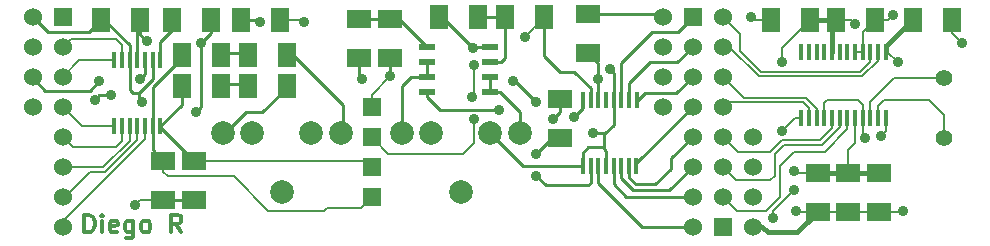
<source format=gtl>
G04 (created by PCBNEW (2013-07-07 BZR 4022)-stable) date 06/09/2014 14:39:09*
%MOIN*%
G04 Gerber Fmt 3.4, Leading zero omitted, Abs format*
%FSLAX34Y34*%
G01*
G70*
G90*
G04 APERTURE LIST*
%ADD10C,0.00590551*%
%ADD11C,0.011811*%
%ADD12R,0.0165X0.0579*%
%ADD13R,0.06X0.06*%
%ADD14C,0.06*%
%ADD15C,0.0787402*%
%ADD16R,0.08X0.06*%
%ADD17R,0.06X0.08*%
%ADD18C,0.056*%
%ADD19R,0.0551X0.0236*%
%ADD20C,0.035*%
%ADD21C,0.01*%
%ADD22C,0.016*%
%ADD23C,0.008*%
G04 APERTURE END LIST*
G54D10*
G54D11*
X35780Y-36371D02*
X35780Y-35781D01*
X35921Y-35781D01*
X36005Y-35809D01*
X36061Y-35865D01*
X36089Y-35921D01*
X36117Y-36034D01*
X36117Y-36118D01*
X36089Y-36231D01*
X36061Y-36287D01*
X36005Y-36343D01*
X35921Y-36371D01*
X35780Y-36371D01*
X36371Y-36371D02*
X36371Y-35978D01*
X36371Y-35781D02*
X36342Y-35809D01*
X36371Y-35837D01*
X36399Y-35809D01*
X36371Y-35781D01*
X36371Y-35837D01*
X36877Y-36343D02*
X36820Y-36371D01*
X36708Y-36371D01*
X36652Y-36343D01*
X36624Y-36287D01*
X36624Y-36062D01*
X36652Y-36006D01*
X36708Y-35978D01*
X36820Y-35978D01*
X36877Y-36006D01*
X36905Y-36062D01*
X36905Y-36118D01*
X36624Y-36175D01*
X37411Y-35978D02*
X37411Y-36456D01*
X37383Y-36512D01*
X37355Y-36540D01*
X37299Y-36568D01*
X37214Y-36568D01*
X37158Y-36540D01*
X37411Y-36343D02*
X37355Y-36371D01*
X37242Y-36371D01*
X37186Y-36343D01*
X37158Y-36315D01*
X37130Y-36259D01*
X37130Y-36090D01*
X37158Y-36034D01*
X37186Y-36006D01*
X37242Y-35978D01*
X37355Y-35978D01*
X37411Y-36006D01*
X37777Y-36371D02*
X37720Y-36343D01*
X37692Y-36315D01*
X37664Y-36259D01*
X37664Y-36090D01*
X37692Y-36034D01*
X37720Y-36006D01*
X37777Y-35978D01*
X37861Y-35978D01*
X37917Y-36006D01*
X37945Y-36034D01*
X37973Y-36090D01*
X37973Y-36259D01*
X37945Y-36315D01*
X37917Y-36343D01*
X37861Y-36371D01*
X37777Y-36371D01*
X39014Y-36371D02*
X38817Y-36090D01*
X38676Y-36371D02*
X38676Y-35781D01*
X38901Y-35781D01*
X38958Y-35809D01*
X38986Y-35837D01*
X39014Y-35893D01*
X39014Y-35978D01*
X38986Y-36034D01*
X38958Y-36062D01*
X38901Y-36090D01*
X38676Y-36090D01*
G54D12*
X60956Y-32549D03*
X61212Y-32549D03*
X61468Y-32549D03*
X61724Y-32549D03*
X60192Y-30347D03*
X60188Y-32549D03*
X60444Y-32549D03*
X60700Y-32549D03*
X61980Y-30345D03*
X61724Y-30345D03*
X61468Y-30345D03*
X61212Y-30345D03*
X60956Y-30345D03*
X60700Y-30345D03*
X61980Y-32549D03*
X60444Y-30347D03*
X59932Y-32549D03*
X62236Y-32549D03*
X62236Y-30345D03*
X59932Y-30345D03*
X59677Y-32549D03*
X62491Y-32549D03*
X62491Y-30345D03*
X59677Y-30345D03*
X53416Y-31959D03*
X53160Y-31959D03*
X52904Y-31959D03*
X52648Y-31959D03*
X54180Y-34161D03*
X54184Y-31959D03*
X53928Y-31959D03*
X53672Y-31959D03*
X52392Y-34163D03*
X52648Y-34163D03*
X52904Y-34163D03*
X53160Y-34163D03*
X53416Y-34163D03*
X53672Y-34163D03*
X52392Y-31959D03*
X53928Y-34161D03*
X37540Y-30621D03*
X37284Y-30621D03*
X37028Y-30621D03*
X36772Y-30621D03*
X36772Y-32825D03*
X38308Y-30621D03*
X38052Y-30621D03*
X37796Y-30621D03*
X37028Y-32825D03*
X37284Y-32825D03*
X37540Y-32825D03*
X37796Y-32825D03*
X38052Y-32825D03*
X38308Y-32825D03*
G54D13*
X56051Y-29181D03*
G54D14*
X56051Y-35181D03*
X56051Y-30181D03*
X56051Y-36181D03*
X56051Y-31181D03*
X56051Y-32181D03*
X56051Y-33181D03*
X56051Y-34181D03*
X55051Y-32181D03*
X55051Y-31181D03*
X55051Y-30181D03*
X55051Y-29181D03*
G54D13*
X57051Y-36181D03*
G54D14*
X57051Y-30181D03*
X57051Y-35181D03*
X57051Y-29181D03*
X57051Y-34181D03*
X57051Y-33181D03*
X57051Y-32181D03*
X57051Y-31181D03*
X58051Y-33181D03*
X58051Y-34181D03*
X58051Y-35181D03*
X58051Y-36181D03*
G54D13*
X35051Y-29181D03*
G54D14*
X35051Y-35181D03*
X35051Y-30181D03*
X35051Y-36181D03*
X35051Y-31181D03*
X35051Y-32181D03*
X35051Y-33181D03*
X35051Y-34181D03*
X34051Y-32181D03*
X34051Y-31181D03*
X34051Y-30181D03*
X34051Y-29181D03*
G54D15*
X49312Y-33061D03*
X47344Y-33061D03*
X50296Y-33061D03*
X46359Y-33061D03*
X48328Y-35030D03*
G54D16*
X61241Y-34380D03*
X61241Y-35680D03*
X60218Y-34380D03*
X60218Y-35680D03*
G54D17*
X63386Y-29282D03*
X64686Y-29282D03*
X60827Y-29282D03*
X62127Y-29282D03*
X59962Y-29282D03*
X58662Y-29282D03*
G54D16*
X62265Y-34380D03*
X62265Y-35680D03*
G54D18*
X64430Y-33235D03*
X64430Y-31235D03*
G54D19*
X47199Y-31685D03*
X49299Y-31685D03*
X47199Y-31185D03*
X47199Y-30685D03*
X47199Y-30185D03*
X49299Y-31185D03*
X49299Y-30685D03*
X49299Y-30185D03*
G54D16*
X52580Y-30404D03*
X52580Y-29104D03*
G54D17*
X51104Y-29203D03*
X49804Y-29203D03*
G54D16*
X45966Y-30562D03*
X45966Y-29262D03*
G54D17*
X48899Y-29203D03*
X47599Y-29203D03*
G54D16*
X44942Y-29262D03*
X44942Y-30562D03*
X51635Y-33239D03*
X51635Y-31939D03*
G54D17*
X38701Y-29282D03*
X40001Y-29282D03*
X37639Y-29282D03*
X36339Y-29282D03*
X40985Y-29282D03*
X42285Y-29282D03*
X41221Y-31487D03*
X42521Y-31487D03*
X41221Y-30463D03*
X42521Y-30463D03*
G54D16*
X39430Y-33986D03*
X39430Y-35286D03*
X38407Y-33986D03*
X38407Y-35286D03*
G54D17*
X39016Y-31487D03*
X40316Y-31487D03*
X39016Y-30463D03*
X40316Y-30463D03*
G54D13*
X45351Y-32206D03*
X45351Y-33206D03*
X45351Y-35206D03*
X45351Y-34206D03*
G54D15*
X43335Y-33056D03*
X41366Y-33056D03*
X44319Y-33056D03*
X40382Y-33056D03*
X42351Y-35024D03*
G54D20*
X37855Y-29991D03*
X36281Y-31329D03*
X62895Y-30699D03*
X61477Y-29439D03*
X59036Y-30699D03*
X59036Y-32983D03*
X59430Y-34321D03*
X41635Y-29361D03*
X36674Y-31802D03*
X36123Y-31959D03*
X37619Y-31250D03*
X49588Y-32274D03*
X52895Y-31250D03*
X58721Y-35896D03*
X59430Y-34951D03*
X62344Y-33140D03*
X37451Y-35456D03*
X43101Y-29356D03*
X39666Y-30069D03*
X39509Y-32353D03*
X58013Y-29203D03*
X37698Y-32038D03*
X51399Y-32589D03*
X45021Y-31250D03*
X48721Y-30227D03*
X53288Y-30935D03*
X52737Y-33061D03*
X61792Y-33219D03*
X65021Y-30069D03*
X62737Y-29124D03*
X59509Y-35660D03*
X63052Y-35660D03*
X48751Y-32606D03*
X50451Y-29856D03*
X48751Y-30806D03*
X48701Y-31856D03*
X45966Y-31172D03*
X50060Y-31329D03*
X50847Y-32038D03*
X52107Y-32510D03*
X50847Y-34479D03*
X50847Y-33770D03*
G54D21*
X34051Y-31181D02*
X34051Y-31225D01*
X37639Y-29774D02*
X37639Y-29282D01*
X37855Y-29991D02*
X37639Y-29774D01*
X35966Y-31644D02*
X36281Y-31329D01*
X34470Y-31644D02*
X35966Y-31644D01*
X34051Y-31225D02*
X34470Y-31644D01*
X37540Y-30621D02*
X37540Y-29381D01*
X37540Y-29381D02*
X37639Y-29282D01*
G54D22*
X60700Y-30345D02*
X60700Y-29410D01*
X60700Y-29410D02*
X60827Y-29282D01*
X63386Y-29282D02*
X63367Y-29282D01*
X62491Y-30158D02*
X62491Y-30345D01*
X63367Y-29282D02*
X62491Y-30158D01*
X59962Y-29282D02*
X60827Y-29282D01*
X61241Y-34380D02*
X62265Y-34380D01*
X60218Y-34380D02*
X61241Y-34380D01*
G54D23*
X60827Y-29282D02*
X61320Y-29282D01*
X62541Y-30345D02*
X62491Y-30345D01*
X62895Y-30699D02*
X62541Y-30345D01*
X61320Y-29282D02*
X61477Y-29439D01*
X60700Y-29410D02*
X60827Y-29282D01*
X59962Y-29301D02*
X59962Y-29282D01*
X59036Y-30227D02*
X59962Y-29301D01*
X59036Y-30699D02*
X59036Y-30227D01*
X61241Y-34380D02*
X61241Y-33613D01*
X61241Y-33613D02*
X61468Y-33386D01*
X61468Y-33386D02*
X61468Y-32549D01*
X59470Y-32549D02*
X59677Y-32549D01*
X59036Y-32983D02*
X59470Y-32549D01*
X60218Y-34380D02*
X59489Y-34380D01*
X59489Y-34380D02*
X59430Y-34321D01*
G54D21*
X41556Y-29282D02*
X40985Y-29282D01*
X41635Y-29361D02*
X41556Y-29282D01*
X36123Y-31959D02*
X36281Y-31802D01*
X36281Y-31802D02*
X36674Y-31802D01*
X37796Y-31073D02*
X37796Y-30621D01*
X37619Y-31250D02*
X37796Y-31073D01*
X52895Y-31250D02*
X52895Y-30719D01*
X52895Y-30719D02*
X52580Y-30404D01*
X47199Y-31685D02*
X47199Y-31854D01*
X47619Y-32274D02*
X49588Y-32274D01*
X47199Y-31854D02*
X47619Y-32274D01*
X52904Y-31959D02*
X52904Y-31260D01*
X52904Y-31260D02*
X52895Y-31250D01*
G54D23*
X36772Y-32825D02*
X35695Y-32825D01*
X35695Y-32825D02*
X35051Y-32181D01*
X37028Y-32825D02*
X37028Y-33337D01*
X35404Y-33534D02*
X35051Y-33181D01*
X36832Y-33534D02*
X35404Y-33534D01*
X37028Y-33337D02*
X36832Y-33534D01*
X35051Y-36181D02*
X35051Y-35994D01*
X37796Y-33248D02*
X37796Y-32825D01*
X35051Y-35994D02*
X37796Y-33248D01*
X36772Y-30621D02*
X35610Y-30621D01*
X35610Y-30621D02*
X35051Y-31181D01*
X35051Y-34181D02*
X36411Y-34181D01*
X37284Y-33308D02*
X37284Y-32825D01*
X36411Y-34181D02*
X37284Y-33308D01*
X35051Y-35181D02*
X35126Y-35181D01*
X37540Y-33278D02*
X37540Y-32825D01*
X36478Y-34341D02*
X37540Y-33278D01*
X35966Y-34341D02*
X36478Y-34341D01*
X35126Y-35181D02*
X35966Y-34341D01*
X37028Y-30621D02*
X37028Y-30109D01*
X36832Y-29912D02*
X35319Y-29912D01*
X37028Y-30109D02*
X36832Y-29912D01*
X35319Y-29912D02*
X35051Y-30181D01*
G54D21*
X54184Y-31959D02*
X54233Y-31959D01*
X55508Y-31723D02*
X56051Y-31181D01*
X54470Y-31723D02*
X55508Y-31723D01*
X54233Y-31959D02*
X54470Y-31723D01*
X53416Y-34163D02*
X53416Y-34764D01*
X53833Y-35181D02*
X56051Y-35181D01*
X53416Y-34764D02*
X53833Y-35181D01*
X53928Y-31959D02*
X53928Y-31398D01*
X55532Y-30699D02*
X56051Y-30181D01*
X54627Y-30699D02*
X55532Y-30699D01*
X53928Y-31398D02*
X54627Y-30699D01*
X53928Y-34161D02*
X53928Y-34549D01*
X55336Y-33896D02*
X56051Y-33181D01*
X55336Y-34243D02*
X55336Y-33896D01*
X54807Y-34771D02*
X55336Y-34243D01*
X54150Y-34771D02*
X54807Y-34771D01*
X53928Y-34549D02*
X54150Y-34771D01*
X53672Y-31959D02*
X53672Y-30709D01*
X55556Y-29676D02*
X56051Y-29181D01*
X54706Y-29676D02*
X55556Y-29676D01*
X53672Y-30709D02*
X54706Y-29676D01*
X55280Y-34951D02*
X56051Y-34181D01*
X54076Y-34951D02*
X55280Y-34951D01*
X53672Y-34163D02*
X53672Y-34548D01*
X53672Y-34548D02*
X54076Y-34951D01*
X49299Y-31185D02*
X49299Y-31685D01*
X49299Y-31685D02*
X49629Y-31685D01*
X49629Y-31685D02*
X50296Y-32353D01*
X50296Y-32353D02*
X50296Y-33061D01*
X47199Y-30685D02*
X47199Y-31185D01*
X47199Y-31185D02*
X46660Y-31185D01*
X46660Y-31185D02*
X46359Y-31487D01*
X46359Y-31487D02*
X46359Y-33061D01*
X54180Y-34161D02*
X54180Y-34059D01*
X56051Y-32189D02*
X56051Y-32181D01*
X54180Y-34059D02*
X56051Y-32189D01*
X52904Y-34163D02*
X52904Y-34725D01*
X54360Y-36181D02*
X56051Y-36181D01*
X52904Y-34725D02*
X54360Y-36181D01*
G54D23*
X62491Y-32549D02*
X62491Y-32993D01*
X58721Y-35660D02*
X58721Y-35896D01*
X59430Y-34951D02*
X58721Y-35660D01*
X62491Y-32993D02*
X62344Y-33140D01*
X60700Y-32549D02*
X60700Y-32894D01*
X57561Y-33691D02*
X57051Y-33181D01*
X58643Y-33691D02*
X57561Y-33691D01*
X59036Y-33298D02*
X58643Y-33691D01*
X60296Y-33298D02*
X59036Y-33298D01*
X60700Y-32894D02*
X60296Y-33298D01*
X60956Y-32549D02*
X60956Y-32865D01*
X57506Y-34636D02*
X57051Y-34181D01*
X58643Y-34636D02*
X57506Y-34636D01*
X58800Y-34479D02*
X58643Y-34636D01*
X58800Y-33770D02*
X58800Y-34479D01*
X59113Y-33458D02*
X58800Y-33770D01*
X60363Y-33458D02*
X59113Y-33458D01*
X60956Y-32865D02*
X60363Y-33458D01*
X62236Y-30345D02*
X62236Y-30650D01*
X57258Y-30181D02*
X57051Y-30181D01*
X58249Y-31172D02*
X57258Y-30181D01*
X61714Y-31172D02*
X58249Y-31172D01*
X62236Y-30650D02*
X61714Y-31172D01*
X61980Y-30345D02*
X61980Y-30679D01*
X57619Y-29749D02*
X57051Y-29181D01*
X57619Y-30316D02*
X57619Y-29749D01*
X58315Y-31012D02*
X57619Y-30316D01*
X61647Y-31012D02*
X58315Y-31012D01*
X61980Y-30679D02*
X61647Y-31012D01*
X59932Y-32549D02*
X59932Y-32224D01*
X57193Y-32038D02*
X57051Y-32181D01*
X59745Y-32038D02*
X57193Y-32038D01*
X59932Y-32224D02*
X59745Y-32038D01*
X60188Y-32549D02*
X60188Y-32244D01*
X57748Y-31878D02*
X57051Y-31181D01*
X59821Y-31878D02*
X57748Y-31878D01*
X60188Y-32244D02*
X59821Y-31878D01*
X61212Y-32549D02*
X61212Y-32933D01*
X57530Y-35660D02*
X57051Y-35181D01*
X58485Y-35660D02*
X57530Y-35660D01*
X58960Y-35185D02*
X58485Y-35660D01*
X58960Y-34164D02*
X58960Y-35185D01*
X59433Y-33691D02*
X58960Y-34164D01*
X60454Y-33691D02*
X59433Y-33691D01*
X61212Y-32933D02*
X60454Y-33691D01*
X38407Y-35286D02*
X37620Y-35286D01*
X37620Y-35286D02*
X37451Y-35456D01*
X42285Y-29282D02*
X43027Y-29282D01*
X43027Y-29282D02*
X43101Y-29356D01*
G54D21*
X39666Y-30069D02*
X39666Y-32195D01*
X40001Y-29734D02*
X39666Y-30069D01*
X40001Y-29282D02*
X40001Y-29734D01*
X39666Y-32195D02*
X39509Y-32353D01*
G54D23*
X58092Y-29282D02*
X58013Y-29203D01*
X58092Y-29282D02*
X58662Y-29282D01*
G54D21*
X37610Y-31714D02*
X37610Y-31950D01*
X37610Y-31950D02*
X37698Y-32038D01*
X37284Y-30621D02*
X37284Y-31624D01*
X38052Y-31271D02*
X38052Y-30621D01*
X37601Y-31723D02*
X37610Y-31714D01*
X37610Y-31714D02*
X38052Y-31271D01*
X37383Y-31723D02*
X37601Y-31723D01*
X37284Y-31624D02*
X37383Y-31723D01*
X34051Y-29181D02*
X34053Y-29181D01*
X35945Y-29676D02*
X36339Y-29282D01*
X34548Y-29676D02*
X35945Y-29676D01*
X34053Y-29181D02*
X34548Y-29676D01*
X38407Y-35286D02*
X39430Y-35286D01*
X37284Y-30621D02*
X37284Y-30124D01*
X36442Y-29282D02*
X36339Y-29282D01*
X37284Y-30124D02*
X36442Y-29282D01*
X51635Y-32274D02*
X51635Y-32353D01*
X51635Y-32353D02*
X51399Y-32589D01*
X52580Y-29104D02*
X54974Y-29104D01*
X54974Y-29104D02*
X55051Y-29181D01*
X44942Y-30562D02*
X44942Y-31172D01*
X44942Y-31172D02*
X45021Y-31250D01*
X47599Y-29203D02*
X47698Y-29203D01*
X48763Y-30185D02*
X48721Y-30227D01*
X48763Y-30185D02*
X49299Y-30185D01*
X47698Y-29203D02*
X48721Y-30227D01*
X53416Y-31959D02*
X53416Y-31063D01*
X53416Y-31063D02*
X53288Y-30935D01*
X51635Y-31939D02*
X51635Y-32274D01*
X53131Y-33061D02*
X52737Y-33061D01*
X53092Y-33573D02*
X53092Y-33101D01*
X53416Y-32776D02*
X53416Y-32510D01*
X53416Y-32510D02*
X53416Y-31959D01*
X53092Y-33101D02*
X53131Y-33061D01*
X53131Y-33061D02*
X53416Y-32776D01*
X52392Y-34163D02*
X52392Y-33721D01*
X53160Y-33642D02*
X53160Y-34163D01*
X53052Y-33534D02*
X53092Y-33573D01*
X53092Y-33573D02*
X53160Y-33642D01*
X52580Y-33534D02*
X53052Y-33534D01*
X52392Y-33721D02*
X52580Y-33534D01*
X52392Y-34163D02*
X50414Y-34163D01*
X50414Y-34163D02*
X49312Y-33061D01*
G54D22*
X58051Y-36181D02*
X58376Y-36181D01*
X59529Y-36369D02*
X60218Y-35680D01*
X58564Y-36369D02*
X59529Y-36369D01*
X58376Y-36181D02*
X58564Y-36369D01*
G54D23*
X60444Y-32549D02*
X60444Y-32048D01*
X61724Y-32127D02*
X61724Y-32549D01*
X61556Y-31959D02*
X61724Y-32127D01*
X60532Y-31959D02*
X61556Y-31959D01*
X60444Y-32048D02*
X60532Y-31959D01*
X61724Y-32549D02*
X61724Y-33150D01*
X61724Y-33150D02*
X61792Y-33219D01*
X61724Y-30345D02*
X61468Y-30345D01*
X61724Y-30345D02*
X61724Y-29686D01*
X61724Y-29686D02*
X62127Y-29282D01*
X64686Y-29282D02*
X64686Y-29735D01*
X64686Y-29735D02*
X65021Y-30069D01*
X62127Y-29282D02*
X62580Y-29282D01*
X62580Y-29282D02*
X62737Y-29124D01*
X60218Y-35680D02*
X59529Y-35680D01*
X59529Y-35680D02*
X59509Y-35660D01*
X62265Y-35680D02*
X63032Y-35680D01*
X63032Y-35680D02*
X63052Y-35660D01*
X61241Y-35680D02*
X62265Y-35680D01*
X60218Y-35680D02*
X61241Y-35680D01*
X61980Y-32549D02*
X61980Y-32008D01*
X62753Y-31235D02*
X64430Y-31235D01*
X61980Y-32008D02*
X62753Y-31235D01*
X62236Y-32549D02*
X62236Y-32146D01*
X64430Y-32471D02*
X64430Y-33235D01*
X63918Y-31959D02*
X64430Y-32471D01*
X62422Y-31959D02*
X63918Y-31959D01*
X62236Y-32146D02*
X62422Y-31959D01*
X48751Y-33406D02*
X48751Y-32606D01*
X48401Y-33756D02*
X48751Y-33406D01*
X45351Y-33206D02*
X45901Y-33756D01*
X51103Y-29203D02*
X51104Y-29203D01*
X50451Y-29856D02*
X51103Y-29203D01*
X48751Y-31806D02*
X48751Y-30806D01*
X48701Y-31856D02*
X48751Y-31806D01*
X45901Y-33756D02*
X48401Y-33756D01*
G54D21*
X52648Y-31959D02*
X52648Y-31555D01*
X51104Y-30483D02*
X51104Y-29203D01*
X51635Y-31014D02*
X51104Y-30483D01*
X52107Y-31014D02*
X51635Y-31014D01*
X52648Y-31555D02*
X52107Y-31014D01*
G54D23*
X45351Y-32206D02*
X45351Y-31787D01*
G54D21*
X45966Y-31172D02*
X45966Y-30562D01*
X52392Y-31959D02*
X52392Y-32225D01*
X52392Y-32225D02*
X52107Y-32510D01*
G54D23*
X45351Y-31787D02*
X45966Y-31172D01*
G54D21*
X50139Y-31329D02*
X50060Y-31329D01*
X50847Y-32038D02*
X50139Y-31329D01*
X49804Y-29203D02*
X49804Y-30562D01*
X49680Y-30685D02*
X49299Y-30685D01*
X49804Y-30562D02*
X49680Y-30685D01*
X49804Y-29203D02*
X48899Y-29203D01*
X45966Y-29262D02*
X46275Y-29262D01*
X46275Y-29262D02*
X47199Y-30185D01*
X44942Y-29262D02*
X45966Y-29262D01*
X51635Y-33239D02*
X51379Y-33239D01*
X52648Y-34725D02*
X52648Y-34163D01*
X52580Y-34794D02*
X52648Y-34725D01*
X51162Y-34794D02*
X52580Y-34794D01*
X50847Y-34479D02*
X51162Y-34794D01*
X51379Y-33239D02*
X50847Y-33770D01*
X44391Y-32117D02*
X44391Y-33061D01*
X42521Y-30384D02*
X42658Y-30384D01*
X42658Y-30384D02*
X44391Y-32117D01*
X41162Y-32353D02*
X40454Y-33061D01*
X41714Y-32353D02*
X41162Y-32353D01*
X42521Y-31408D02*
X42521Y-31545D01*
X42521Y-31545D02*
X41714Y-32353D01*
X40316Y-30384D02*
X41221Y-30384D01*
X40316Y-31408D02*
X41221Y-31408D01*
G54D23*
X39430Y-33986D02*
X45131Y-33986D01*
X45131Y-33986D02*
X45351Y-34206D01*
G54D21*
X38308Y-32825D02*
X38308Y-32865D01*
X38308Y-32865D02*
X39430Y-33986D01*
X39016Y-31408D02*
X39016Y-32117D01*
X39016Y-32117D02*
X38308Y-32825D01*
G54D23*
X43851Y-35556D02*
X45001Y-35556D01*
X38407Y-34361D02*
X38551Y-34506D01*
X38551Y-34506D02*
X40751Y-34506D01*
X40751Y-34506D02*
X41901Y-35656D01*
X41901Y-35656D02*
X43751Y-35656D01*
X43751Y-35656D02*
X43851Y-35556D01*
X38407Y-33986D02*
X38407Y-34361D01*
X45001Y-35556D02*
X45351Y-35206D01*
G54D21*
X38052Y-32825D02*
X38052Y-33632D01*
X38052Y-33632D02*
X38407Y-33986D01*
X39016Y-30463D02*
X39016Y-30562D01*
X38052Y-31526D02*
X38052Y-32825D01*
X39016Y-30562D02*
X38052Y-31526D01*
X38701Y-29282D02*
X38701Y-29617D01*
X38308Y-30010D02*
X38308Y-30621D01*
X38701Y-29617D02*
X38308Y-30010D01*
M02*

</source>
